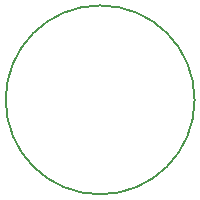
<source format=gbr>
G04 #@! TF.FileFunction,Profile,NP*
%FSLAX46Y46*%
G04 Gerber Fmt 4.6, Leading zero omitted, Abs format (unit mm)*
G04 Created by KiCad (PCBNEW 4.0.4-stable) date 11/13/16 16:01:47*
%MOMM*%
%LPD*%
G01*
G04 APERTURE LIST*
%ADD10C,0.100000*%
%ADD11C,0.150000*%
G04 APERTURE END LIST*
D10*
D11*
X158000000Y-100000000D02*
G75*
G03X158000000Y-100000000I-8000000J0D01*
G01*
M02*

</source>
